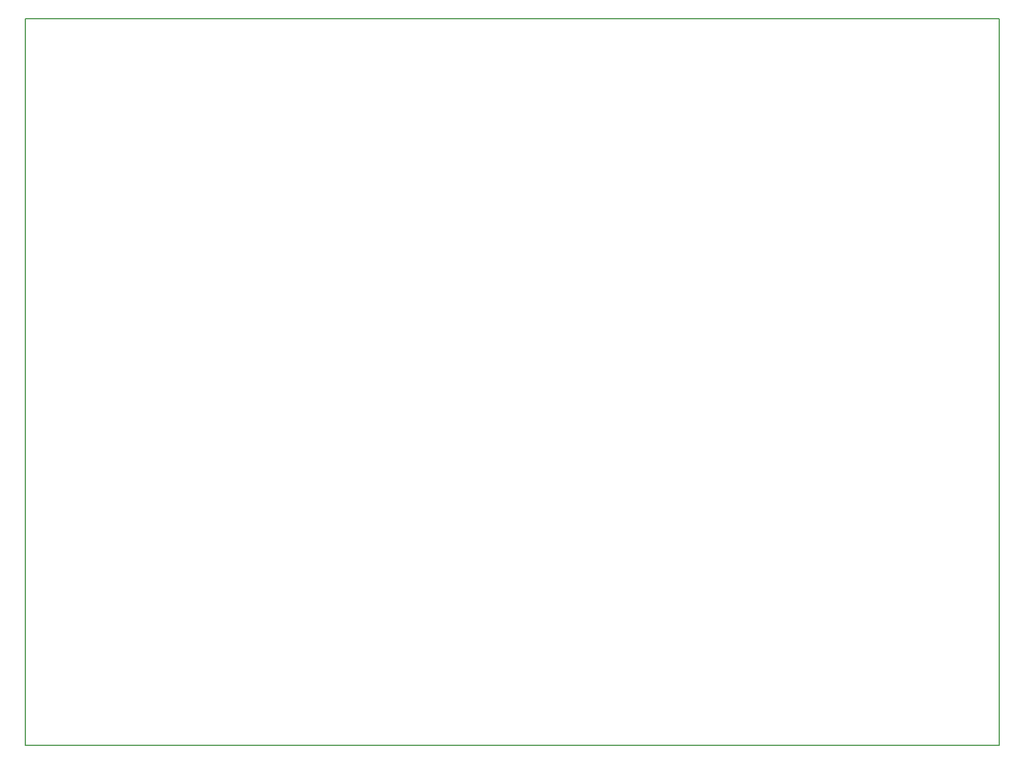
<source format=gm1>
G04 MADE WITH FRITZING*
G04 WWW.FRITZING.ORG*
G04 DOUBLE SIDED*
G04 HOLES PLATED*
G04 CONTOUR ON CENTER OF CONTOUR VECTOR*
%ASAXBY*%
%FSLAX23Y23*%
%MOIN*%
%OFA0B0*%
%SFA1.0B1.0*%
%ADD10R,5.905520X4.409460*%
%ADD11C,0.008000*%
%ADD10C,0.008*%
%LNCONTOUR*%
G90*
G70*
G54D10*
G54D11*
X4Y4405D02*
X5902Y4405D01*
X5902Y4D01*
X4Y4D01*
X4Y4405D01*
D02*
G04 End of contour*
M02*
</source>
